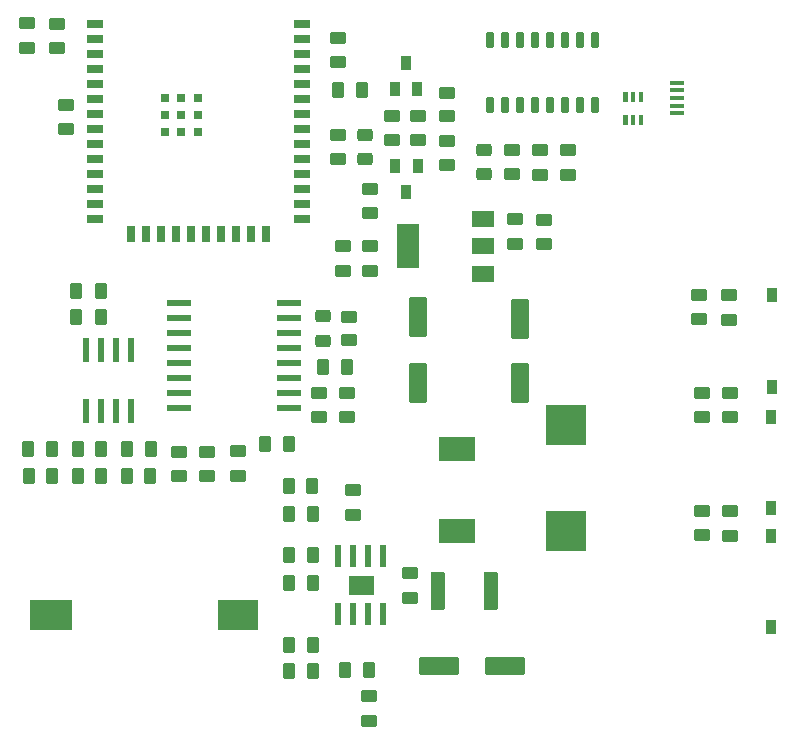
<source format=gbr>
%TF.GenerationSoftware,KiCad,Pcbnew,7.0.5*%
%TF.CreationDate,2023-07-07T19:33:34+07:00*%
%TF.ProjectId,19-6-2023_WeatherStation_QuocThang_V1,31392d36-2d32-4303-9233-5f5765617468,rev?*%
%TF.SameCoordinates,Original*%
%TF.FileFunction,Paste,Top*%
%TF.FilePolarity,Positive*%
%FSLAX46Y46*%
G04 Gerber Fmt 4.6, Leading zero omitted, Abs format (unit mm)*
G04 Created by KiCad (PCBNEW 7.0.5) date 2023-07-07 19:33:34*
%MOMM*%
%LPD*%
G01*
G04 APERTURE LIST*
G04 Aperture macros list*
%AMRoundRect*
0 Rectangle with rounded corners*
0 $1 Rounding radius*
0 $2 $3 $4 $5 $6 $7 $8 $9 X,Y pos of 4 corners*
0 Add a 4 corners polygon primitive as box body*
4,1,4,$2,$3,$4,$5,$6,$7,$8,$9,$2,$3,0*
0 Add four circle primitives for the rounded corners*
1,1,$1+$1,$2,$3*
1,1,$1+$1,$4,$5*
1,1,$1+$1,$6,$7*
1,1,$1+$1,$8,$9*
0 Add four rect primitives between the rounded corners*
20,1,$1+$1,$2,$3,$4,$5,0*
20,1,$1+$1,$4,$5,$6,$7,0*
20,1,$1+$1,$6,$7,$8,$9,0*
20,1,$1+$1,$8,$9,$2,$3,0*%
G04 Aperture macros list end*
%ADD10C,0.010000*%
%ADD11RoundRect,0.199200X-0.350000X-0.450000X0.350000X-0.450000X0.350000X0.450000X-0.350000X0.450000X0*%
%ADD12RoundRect,0.199200X-0.475000X0.337500X-0.475000X-0.337500X0.475000X-0.337500X0.475000X0.337500X0*%
%ADD13RoundRect,0.199200X-0.337500X-0.475000X0.337500X-0.475000X0.337500X0.475000X-0.337500X0.475000X0*%
%ADD14RoundRect,0.199200X0.450000X-0.350000X0.450000X0.350000X-0.450000X0.350000X-0.450000X-0.350000X0*%
%ADD15RoundRect,0.199200X0.475000X-0.337500X0.475000X0.337500X-0.475000X0.337500X-0.475000X-0.337500X0*%
%ADD16RoundRect,0.199200X0.350000X0.450000X-0.350000X0.450000X-0.350000X-0.450000X0.350000X-0.450000X0*%
%ADD17RoundRect,0.199200X-0.450000X0.350000X-0.450000X-0.350000X0.450000X-0.350000X0.450000X0.350000X0*%
%ADD18R,0.898400X1.298400*%
%ADD19RoundRect,0.199200X-0.450000X0.325000X-0.450000X-0.325000X0.450000X-0.325000X0.450000X0.325000X0*%
%ADD20R,0.898400X1.148400*%
%ADD21RoundRect,0.199200X0.550000X-1.500000X0.550000X1.500000X-0.550000X1.500000X-0.550000X-1.500000X0*%
%ADD22RoundRect,0.000000X0.259200X-0.604200X0.259200X0.604200X-0.259200X0.604200X-0.259200X-0.604200X0*%
%ADD23R,3.438400X2.498400*%
%ADD24R,3.558400X2.498400*%
%ADD25RoundRect,0.199200X0.400000X1.450000X-0.400000X1.450000X-0.400000X-1.450000X0.400000X-1.450000X0*%
%ADD26R,3.078400X2.148400*%
%ADD27R,3.398400X3.448400*%
%ADD28R,1.398400X0.798400*%
%ADD29R,0.798400X1.398400*%
%ADD30R,0.798400X0.798400*%
%ADD31RoundRect,0.000000X0.974200X0.244200X-0.974200X0.244200X-0.974200X-0.244200X0.974200X-0.244200X0*%
%ADD32R,1.898400X1.398400*%
%ADD33R,1.898400X3.698400*%
%ADD34R,1.198400X0.348400*%
%ADD35R,0.498400X2.098400*%
%ADD36RoundRect,0.199200X0.450000X-0.325000X0.450000X0.325000X-0.450000X0.325000X-0.450000X-0.325000X0*%
%ADD37R,0.498400X1.868400*%
%ADD38RoundRect,0.199200X-1.500000X-0.550000X1.500000X-0.550000X1.500000X0.550000X-1.500000X0.550000X0*%
G04 APERTURE END LIST*
%TO.C,D5*%
D10*
X169400000Y-53673889D02*
X169098454Y-53673889D01*
X169098454Y-52925000D01*
X169400000Y-52925000D01*
X169400000Y-53673889D01*
G36*
X169400000Y-53673889D02*
G01*
X169098454Y-53673889D01*
X169098454Y-52925000D01*
X169400000Y-52925000D01*
X169400000Y-53673889D01*
G37*
X169400000Y-55575920D02*
X169099445Y-55575920D01*
X169099445Y-54825000D01*
X169400000Y-54825000D01*
X169400000Y-55575920D01*
G36*
X169400000Y-55575920D02*
G01*
X169099445Y-55575920D01*
X169099445Y-54825000D01*
X169400000Y-54825000D01*
X169400000Y-55575920D01*
G37*
X170050000Y-55576250D02*
X169749858Y-55576250D01*
X169749858Y-54825000D01*
X170050000Y-54825000D01*
X170050000Y-55576250D01*
G36*
X170050000Y-55576250D02*
G01*
X169749858Y-55576250D01*
X169749858Y-54825000D01*
X170050000Y-54825000D01*
X170050000Y-55576250D01*
G37*
X170050000Y-53674924D02*
X169749980Y-53674924D01*
X169749980Y-52925000D01*
X170050000Y-52925000D01*
X170050000Y-53674924D01*
G36*
X170050000Y-53674924D02*
G01*
X169749980Y-53674924D01*
X169749980Y-52925000D01*
X170050000Y-52925000D01*
X170050000Y-53674924D01*
G37*
X170700000Y-53674957D02*
X170400037Y-53674957D01*
X170400037Y-52925000D01*
X170700000Y-52925000D01*
X170700000Y-53674957D01*
G36*
X170700000Y-53674957D02*
G01*
X170400037Y-53674957D01*
X170400037Y-52925000D01*
X170700000Y-52925000D01*
X170700000Y-53674957D01*
G37*
X170700000Y-55576090D02*
X170400413Y-55576090D01*
X170400413Y-54825000D01*
X170700000Y-54825000D01*
X170700000Y-55576090D01*
G36*
X170700000Y-55576090D02*
G01*
X170400413Y-55576090D01*
X170400413Y-54825000D01*
X170700000Y-54825000D01*
X170700000Y-55576090D01*
G37*
%TO.C,U2*%
X147935000Y-95417000D02*
X145853460Y-95417000D01*
X145853460Y-93891875D01*
X147935000Y-93891875D01*
X147935000Y-95417000D01*
G36*
X147935000Y-95417000D02*
G01*
X145853460Y-95417000D01*
X145853460Y-93891875D01*
X147935000Y-93891875D01*
X147935000Y-95417000D01*
G37*
%TD*%
D11*
%TO.C,R23*%
X122920000Y-85400000D03*
X124920000Y-85400000D03*
%TD*%
D12*
%TO.C,C13*%
X178167000Y-88392500D03*
X178167000Y-90467500D03*
%TD*%
D13*
%TO.C,C22*%
X122812500Y-71980000D03*
X124887500Y-71980000D03*
%TD*%
D14*
%TO.C,R27*%
X133860000Y-85400000D03*
X133860000Y-83400000D03*
%TD*%
D11*
%TO.C,R21*%
X118760000Y-85400000D03*
X120760000Y-85400000D03*
%TD*%
D15*
%TO.C,C17*%
X164430000Y-59902500D03*
X164430000Y-57827500D03*
%TD*%
D16*
%TO.C,R5*%
X142840000Y-92110000D03*
X140840000Y-92110000D03*
%TD*%
%TO.C,R2*%
X147550000Y-101845000D03*
X145550000Y-101845000D03*
%TD*%
D15*
%TO.C,C16*%
X118620000Y-49167500D03*
X118620000Y-47092500D03*
%TD*%
D14*
%TO.C,R26*%
X131480000Y-85400000D03*
X131480000Y-83400000D03*
%TD*%
%TO.C,R17*%
X154150000Y-54950000D03*
X154150000Y-52950000D03*
%TD*%
D17*
%TO.C,R18*%
X149550000Y-54950000D03*
X149550000Y-56950000D03*
%TD*%
D18*
%TO.C,Q1*%
X149750000Y-52650000D03*
X151650000Y-52650000D03*
X150700000Y-50450000D03*
%TD*%
D13*
%TO.C,C6*%
X140772500Y-88660000D03*
X142847500Y-88660000D03*
%TD*%
D15*
%TO.C,C4*%
X159920000Y-65752500D03*
X159920000Y-63677500D03*
%TD*%
D19*
%TO.C,D3*%
X143670000Y-71890000D03*
X143670000Y-73940000D03*
%TD*%
D20*
%TO.C,FLASH*%
X181700000Y-70117500D03*
X181700000Y-77867500D03*
%TD*%
D21*
%TO.C,C9*%
X151740000Y-77530000D03*
X151740000Y-71930000D03*
%TD*%
D15*
%TO.C,C19*%
X136500000Y-85397500D03*
X136500000Y-83322500D03*
%TD*%
D19*
%TO.C,D2*%
X157320000Y-57782500D03*
X157320000Y-59832500D03*
%TD*%
D21*
%TO.C,C11*%
X160340000Y-77530000D03*
X160340000Y-72130000D03*
%TD*%
D12*
%TO.C,C21*%
X143335000Y-78370000D03*
X143335000Y-80445000D03*
%TD*%
D18*
%TO.C,Q2*%
X151700000Y-59150000D03*
X149800000Y-59150000D03*
X150750000Y-61350000D03*
%TD*%
D11*
%TO.C,R22*%
X122920000Y-83090000D03*
X124920000Y-83090000D03*
%TD*%
D22*
%TO.C,U5*%
X157865000Y-54005000D03*
X159135000Y-54005000D03*
X160405000Y-54005000D03*
X161675000Y-54005000D03*
X162945000Y-54005000D03*
X164215000Y-54005000D03*
X165485000Y-54005000D03*
X166755000Y-54005000D03*
X166755000Y-48505000D03*
X165485000Y-48505000D03*
X164215000Y-48505000D03*
X162945000Y-48505000D03*
X161675000Y-48505000D03*
X160405000Y-48505000D03*
X159135000Y-48505000D03*
X157865000Y-48505000D03*
%TD*%
D14*
%TO.C,R9*%
X175520000Y-72112500D03*
X175520000Y-70112500D03*
%TD*%
D23*
%TO.C,J3*%
X136500000Y-97175000D03*
D24*
X120700000Y-97175000D03*
%TD*%
D14*
%TO.C,R15*%
X144950000Y-58550000D03*
X144950000Y-56550000D03*
%TD*%
D16*
%TO.C,R1*%
X142830000Y-101905000D03*
X140830000Y-101905000D03*
%TD*%
D25*
%TO.C,F1*%
X157885000Y-95175000D03*
X153435000Y-95175000D03*
%TD*%
D16*
%TO.C,R25*%
X129060000Y-85400000D03*
X127060000Y-85400000D03*
%TD*%
D17*
%TO.C,R7*%
X159690000Y-57835000D03*
X159690000Y-59835000D03*
%TD*%
D12*
%TO.C,C2*%
X147570000Y-104067500D03*
X147570000Y-106142500D03*
%TD*%
D17*
%TO.C,R11*%
X144950000Y-48350000D03*
X144950000Y-50350000D03*
%TD*%
D14*
%TO.C,R19*%
X151750000Y-56950000D03*
X151750000Y-54950000D03*
%TD*%
D26*
%TO.C,D1*%
X155050000Y-83155000D03*
X155050000Y-90065000D03*
%TD*%
D16*
%TO.C,R3*%
X142840000Y-94490000D03*
X140840000Y-94490000D03*
%TD*%
D12*
%TO.C,C20*%
X145705000Y-78370000D03*
X145705000Y-80445000D03*
%TD*%
D17*
%TO.C,R30*%
X121950000Y-54010000D03*
X121950000Y-56010000D03*
%TD*%
D13*
%TO.C,C23*%
X122812500Y-69750000D03*
X124887500Y-69750000D03*
%TD*%
D27*
%TO.C,L1*%
X164242500Y-90065000D03*
X164242500Y-81115000D03*
%TD*%
D28*
%TO.C,U4*%
X124420000Y-47120000D03*
X124420000Y-48390000D03*
X124420000Y-49660000D03*
X124420000Y-50930000D03*
X124420000Y-52200000D03*
X124420000Y-53470000D03*
X124420000Y-54740000D03*
X124420000Y-56010000D03*
X124420000Y-57280000D03*
X124420000Y-58550000D03*
X124420000Y-59820000D03*
X124420000Y-61090000D03*
X124420000Y-62360000D03*
X124420000Y-63630000D03*
D29*
X127455000Y-64880000D03*
X128725000Y-64880000D03*
X129995000Y-64880000D03*
X131265000Y-64880000D03*
X132535000Y-64880000D03*
X133805000Y-64880000D03*
X135075000Y-64880000D03*
X136345000Y-64880000D03*
X137615000Y-64880000D03*
X138885000Y-64880000D03*
D28*
X141920000Y-63630000D03*
X141920000Y-62360000D03*
X141920000Y-61090000D03*
X141920000Y-59820000D03*
X141920000Y-58550000D03*
X141920000Y-57280000D03*
X141920000Y-56010000D03*
X141920000Y-54740000D03*
X141920000Y-53470000D03*
X141920000Y-52200000D03*
X141920000Y-50930000D03*
X141920000Y-49660000D03*
X141920000Y-48390000D03*
X141920000Y-47120000D03*
D30*
X130270000Y-53440000D03*
X131670000Y-53440000D03*
X133070000Y-53440000D03*
X130270000Y-54840000D03*
X131670000Y-54840000D03*
X133070000Y-54840000D03*
X130270000Y-56240000D03*
X131670000Y-56240000D03*
X133070000Y-56240000D03*
%TD*%
D16*
%TO.C,R10*%
X146950000Y-52710000D03*
X144950000Y-52710000D03*
%TD*%
D31*
%TO.C,U7*%
X140780000Y-79640000D03*
X140780000Y-78370000D03*
X140780000Y-77100000D03*
X140780000Y-75830000D03*
X140780000Y-74560000D03*
X140780000Y-73290000D03*
X140780000Y-72020000D03*
X140780000Y-70750000D03*
X131470000Y-70750000D03*
X131470000Y-72020000D03*
X131470000Y-73290000D03*
X131470000Y-74560000D03*
X131470000Y-75830000D03*
X131470000Y-77100000D03*
X131470000Y-78370000D03*
X131470000Y-79640000D03*
%TD*%
D32*
%TO.C,U3*%
X157220000Y-68265000D03*
X157220000Y-65965000D03*
D33*
X150920000Y-65965000D03*
D32*
X157220000Y-63665000D03*
%TD*%
D17*
%TO.C,R8*%
X145900000Y-71935000D03*
X145900000Y-73935000D03*
%TD*%
D15*
%TO.C,C5*%
X151015000Y-95717500D03*
X151015000Y-93642500D03*
%TD*%
D16*
%TO.C,R4*%
X142840000Y-99695000D03*
X140840000Y-99695000D03*
%TD*%
D15*
%TO.C,C3*%
X162380000Y-65782500D03*
X162380000Y-63707500D03*
%TD*%
D34*
%TO.C,J2*%
X173650000Y-54715000D03*
X173650000Y-54065000D03*
X173650000Y-53415000D03*
X173650000Y-52765000D03*
X173650000Y-52115000D03*
%TD*%
D17*
%TO.C,R14*%
X147667000Y-61108000D03*
X147667000Y-63108000D03*
%TD*%
D20*
%TO.C,EN*%
X181650000Y-90467500D03*
X181650000Y-98217500D03*
%TD*%
D15*
%TO.C,C10*%
X145400000Y-68027500D03*
X145400000Y-65952500D03*
%TD*%
D14*
%TO.C,R12*%
X175750000Y-90405000D03*
X175750000Y-88405000D03*
%TD*%
D15*
%TO.C,C15*%
X121150000Y-49187500D03*
X121150000Y-47112500D03*
%TD*%
%TO.C,C8*%
X147650000Y-68027500D03*
X147650000Y-65952500D03*
%TD*%
D12*
%TO.C,C7*%
X146250000Y-86612500D03*
X146250000Y-88687500D03*
%TD*%
D35*
%TO.C,U6*%
X123650000Y-79940000D03*
X124920000Y-79940000D03*
X126190000Y-79940000D03*
X127460000Y-79940000D03*
X127460000Y-74740000D03*
X126190000Y-74740000D03*
X124920000Y-74740000D03*
X123650000Y-74740000D03*
%TD*%
D20*
%TO.C,BUTTON *%
X181650000Y-80380000D03*
X181650000Y-88130000D03*
%TD*%
D14*
%TO.C,R13*%
X175750000Y-80380000D03*
X175750000Y-78380000D03*
%TD*%
%TO.C,R16*%
X154150000Y-59050000D03*
X154150000Y-57050000D03*
%TD*%
D36*
%TO.C,D4*%
X147250000Y-58575000D03*
X147250000Y-56525000D03*
%TD*%
D12*
%TO.C,C12*%
X178050000Y-70105000D03*
X178050000Y-72180000D03*
%TD*%
D11*
%TO.C,R20*%
X118750000Y-83090000D03*
X120750000Y-83090000D03*
%TD*%
D16*
%TO.C,R24*%
X129100000Y-83090000D03*
X127100000Y-83090000D03*
%TD*%
D37*
%TO.C,U2*%
X148800000Y-92180000D03*
X147530000Y-92180000D03*
X146260000Y-92180000D03*
X144990000Y-92180000D03*
X144990000Y-97130000D03*
X146260000Y-97130000D03*
X147530000Y-97130000D03*
X148800000Y-97130000D03*
%TD*%
D11*
%TO.C,R28*%
X138770000Y-82670000D03*
X140770000Y-82670000D03*
%TD*%
%TO.C,R6*%
X140767500Y-86275000D03*
X142767500Y-86275000D03*
%TD*%
D12*
%TO.C,C14*%
X178167000Y-78363000D03*
X178167000Y-80438000D03*
%TD*%
D38*
%TO.C,C1*%
X153530000Y-101475000D03*
X159130000Y-101475000D03*
%TD*%
D16*
%TO.C,R29*%
X145705000Y-76190000D03*
X143705000Y-76190000D03*
%TD*%
D12*
%TO.C,C18*%
X162045000Y-57827500D03*
X162045000Y-59902500D03*
%TD*%
M02*

</source>
